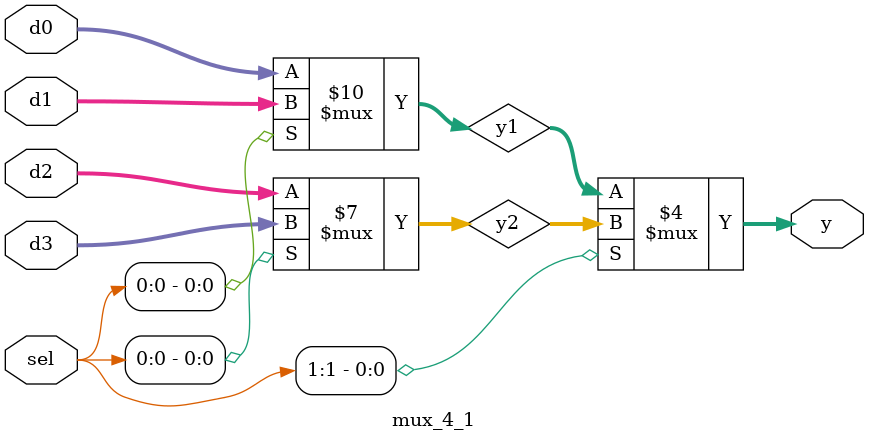
<source format=sv>

module mux_2_1
(
  input        [3:0] d0, d1,
  input              sel,
  output logic [3:0] y
);

  always_comb
    if (sel)
      y = d1;
    else
      y = d0;

endmodule

//----------------------------------------------------------------------------
// Task
//----------------------------------------------------------------------------

module mux_4_1
(
  input        [3:0] d0, d1, d2, d3,
  input        [1:0] sel,
  output logic [3:0] y
);

  // Task:
  // Using code for mux_2_1 as an example,
  // write code for 4:1 mux using the "if" statement
  logic[3:0] y1;
  logic[3:0] y2;
  always_comb
    if (sel[0])
      begin
        y1 = d1;
        y2 = d3;
      end
    else
      begin
        y1 = d0;
        y2 = d2;
      end
  always_comb
    if (sel[1])
      y = y2;
    else
      y = y1;


endmodule

</source>
